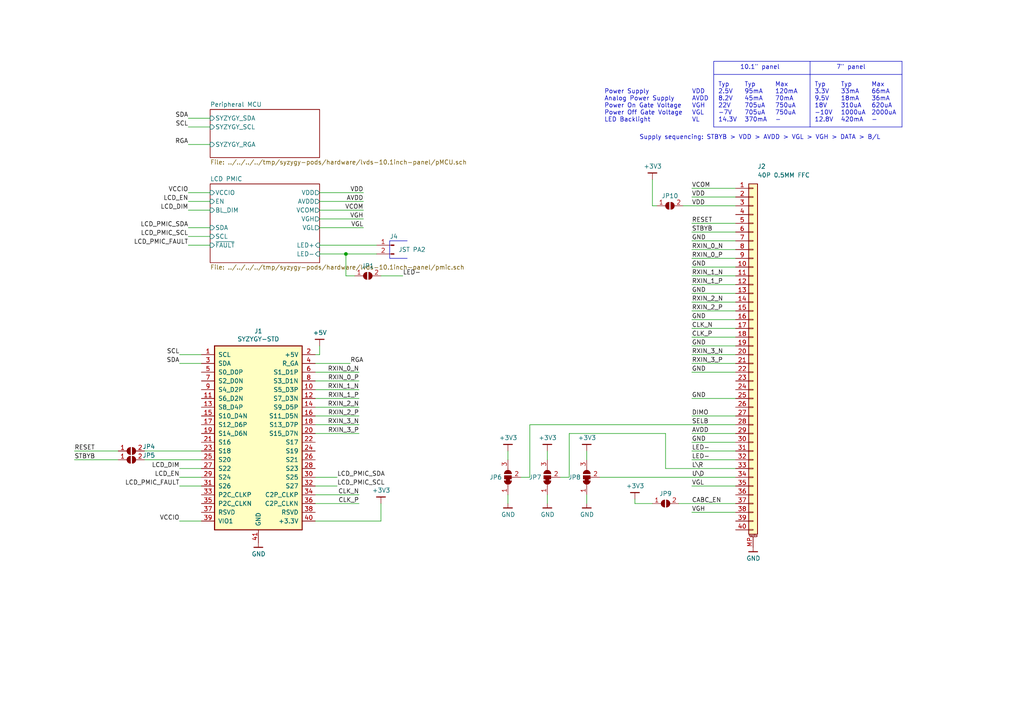
<source format=kicad_sch>
(kicad_sch (version 20230121) (generator eeschema)
  (paper "A4")
  (title_block (title "SYZYGY LVDS LCD") (date "2019-03-20") (rev "r1.0"))
  (lib_symbols
    (symbol "Connector_Generic_MountingPin:Conn_01x40_MountingPin" (pin_names (offset 1.016) hide)
      (property "Reference" "J" (at 0 50.8 0))
      (property "Value" "Conn_01x40_MountingPin" (at 1.27 -53.34 0))
      (symbol "Conn_01x40_MountingPin_1_1"
        (rectangle (start -1.27 -50.673) (end 0 -50.927) (stroke (width 0.1524)))
        (rectangle (start -1.27 -48.133) (end 0 -48.387) (stroke (width 0.1524)))
        (rectangle (start -1.27 -45.593) (end 0 -45.847) (stroke (width 0.1524)))
        (rectangle (start -1.27 -43.053) (end 0 -43.307) (stroke (width 0.1524)))
        (rectangle (start -1.27 -40.513) (end 0 -40.767) (stroke (width 0.1524)))
        (rectangle (start -1.27 -37.973) (end 0 -38.227) (stroke (width 0.1524)))
        (rectangle (start -1.27 -35.433) (end 0 -35.687) (stroke (width 0.1524)))
        (rectangle (start -1.27 -32.893) (end 0 -33.147) (stroke (width 0.1524)))
        (rectangle (start -1.27 -30.353) (end 0 -30.607) (stroke (width 0.1524)))
        (rectangle (start -1.27 -27.813) (end 0 -28.067) (stroke (width 0.1524)))
        (rectangle (start -1.27 -25.273) (end 0 -25.527) (stroke (width 0.1524)))
        (rectangle (start -1.27 -22.733) (end 0 -22.987) (stroke (width 0.1524)))
        (rectangle (start -1.27 -20.193) (end 0 -20.447) (stroke (width 0.1524)))
        (rectangle (start -1.27 -17.653) (end 0 -17.907) (stroke (width 0.1524)))
        (rectangle (start -1.27 -15.113) (end 0 -15.367) (stroke (width 0.1524)))
        (rectangle (start -1.27 -12.573) (end 0 -12.827) (stroke (width 0.1524)))
        (rectangle (start -1.27 -10.033) (end 0 -10.287) (stroke (width 0.1524)))
        (rectangle (start -1.27 -7.493) (end 0 -7.747) (stroke (width 0.1524)))
        (rectangle (start -1.27 -4.953) (end 0 -5.207) (stroke (width 0.1524)))
        (rectangle (start -1.27 -2.413) (end 0 -2.667) (stroke (width 0.1524)))
        (rectangle (start -1.27 0.127) (end 0 -0.127) (stroke (width 0.1524)))
        (rectangle (start -1.27 2.667) (end 0 2.413) (stroke (width 0.1524)))
        (rectangle (start -1.27 5.207) (end 0 4.953) (stroke (width 0.1524)))
        (rectangle (start -1.27 7.747) (end 0 7.493) (stroke (width 0.1524)))
        (rectangle (start -1.27 10.287) (end 0 10.033) (stroke (width 0.1524)))
        (rectangle (start -1.27 12.827) (end 0 12.573) (stroke (width 0.1524)))
        (rectangle (start -1.27 15.367) (end 0 15.113) (stroke (width 0.1524)))
        (rectangle (start -1.27 17.907) (end 0 17.653) (stroke (width 0.1524)))
        (rectangle (start -1.27 20.447) (end 0 20.193) (stroke (width 0.1524)))
        (rectangle (start -1.27 22.987) (end 0 22.733) (stroke (width 0.1524)))
        (rectangle (start -1.27 25.527) (end 0 25.273) (stroke (width 0.1524)))
        (rectangle (start -1.27 28.067) (end 0 27.813) (stroke (width 0.1524)))
        (rectangle (start -1.27 30.607) (end 0 30.353) (stroke (width 0.1524)))
        (rectangle (start -1.27 33.147) (end 0 32.893) (stroke (width 0.1524)))
        (rectangle (start -1.27 35.687) (end 0 35.433) (stroke (width 0.1524)))
        (rectangle (start -1.27 38.227) (end 0 37.973) (stroke (width 0.1524)))
        (rectangle (start -1.27 40.767) (end 0 40.513) (stroke (width 0.1524)))
        (rectangle (start -1.27 43.307) (end 0 43.053) (stroke (width 0.1524)))
        (rectangle (start -1.27 45.847) (end 0 45.593) (stroke (width 0.1524)))
        (rectangle (start -1.27 48.387) (end 0 48.133) (stroke (width 0.1524)))
        (rectangle (start -1.27 49.53) (end 1.27 -52.07) (stroke (width 0.254)) (fill (type background)))
        (polyline (pts (xy -1.016 -52.832) (xy 1.016 -52.832)) (stroke (width 0.1524)))
        (text "Mounting" (at 0 -52.451 0) (effects (font (size 0.381 0.381))))
        (pin passive line (at -5.08 48.26 0) (length 3.81) (name "Pin_1") (number "1"))
        (pin passive line (at -5.08 25.4 0) (length 3.81) (name "Pin_10") (number "10"))
        (pin passive line (at -5.08 22.86 0) (length 3.81) (name "Pin_11") (number "11"))
        (pin passive line (at -5.08 20.32 0) (length 3.81) (name "Pin_12") (number "12"))
        (pin passive line (at -5.08 17.78 0) (length 3.81) (name "Pin_13") (number "13"))
        (pin passive line (at -5.08 15.24 0) (length 3.81) (name "Pin_14") (number "14"))
        (pin passive line (at -5.08 12.7 0) (length 3.81) (name "Pin_15") (number "15"))
        (pin passive line (at -5.08 10.16 0) (length 3.81) (name "Pin_16") (number "16"))
        (pin passive line (at -5.08 7.62 0) (length 3.81) (name "Pin_17") (number "17"))
        (pin passive line (at -5.08 5.08 0) (length 3.81) (name "Pin_18") (number "18"))
        (pin passive line (at -5.08 2.54 0) (length 3.81) (name "Pin_19") (number "19"))
        (pin passive line (at -5.08 45.72 0) (length 3.81) (name "Pin_2") (number "2"))
        (pin passive line (at -5.08 0 0) (length 3.81) (name "Pin_20") (number "20"))
        (pin passive line (at -5.08 -2.54 0) (length 3.81) (name "Pin_21") (number "21"))
        (pin passive line (at -5.08 -5.08 0) (length 3.81) (name "Pin_22") (number "22"))
        (pin passive line (at -5.08 -7.62 0) (length 3.81) (name "Pin_23") (number "23"))
        (pin passive line (at -5.08 -10.16 0) (length 3.81) (name "Pin_24") (number "24"))
        (pin passive line (at -5.08 -12.7 0) (length 3.81) (name "Pin_25") (number "25"))
        (pin passive line (at -5.08 -15.24 0) (length 3.81) (name "Pin_26") (number "26"))
        (pin passive line (at -5.08 -17.78 0) (length 3.81) (name "Pin_27") (number "27"))
        (pin passive line (at -5.08 -20.32 0) (length 3.81) (name "Pin_28") (number "28"))
        (pin passive line (at -5.08 -22.86 0) (length 3.81) (name "Pin_29") (number "29"))
        (pin passive line (at -5.08 43.18 0) (length 3.81) (name "Pin_3") (number "3"))
        (pin passive line (at -5.08 -25.4 0) (length 3.81) (name "Pin_30") (number "30"))
        (pin passive line (at -5.08 -27.94 0) (length 3.81) (name "Pin_31") (number "31"))
        (pin passive line (at -5.08 -30.48 0) (length 3.81) (name "Pin_32") (number "32"))
        (pin passive line (at -5.08 -33.02 0) (length 3.81) (name "Pin_33") (number "33"))
        (pin passive line (at -5.08 -35.56 0) (length 3.81) (name "Pin_34") (number "34"))
        (pin passive line (at -5.08 -38.1 0) (length 3.81) (name "Pin_35") (number "35"))
        (pin passive line (at -5.08 -40.64 0) (length 3.81) (name "Pin_36") (number "36"))
        (pin passive line (at -5.08 -43.18 0) (length 3.81) (name "Pin_37") (number "37"))
        (pin passive line (at -5.08 -45.72 0) (length 3.81) (name "Pin_38") (number "38"))
        (pin passive line (at -5.08 -48.26 0) (length 3.81) (name "Pin_39") (number "39"))
        (pin passive line (at -5.08 40.64 0) (length 3.81) (name "Pin_4") (number "4"))
        (pin passive line (at -5.08 -50.8 0) (length 3.81) (name "Pin_40") (number "40"))
        (pin passive line (at -5.08 38.1 0) (length 3.81) (name "Pin_5") (number "5"))
        (pin passive line (at -5.08 35.56 0) (length 3.81) (name "Pin_6") (number "6"))
        (pin passive line (at -5.08 33.02 0) (length 3.81) (name "Pin_7") (number "7"))
        (pin passive line (at -5.08 30.48 0) (length 3.81) (name "Pin_8") (number "8"))
        (pin passive line (at -5.08 27.94 0) (length 3.81) (name "Pin_9") (number "9"))
        (pin passive line (at 0 -55.88 90) (length 3.048) (name "MountPin") (number "MP"))
      )
    )
    (symbol "Jumper:SolderJumper_2_Open" (pin_names (offset 0) hide)
      (property "Reference" "JP" (at 0 2.032 0))
      (property "Value" "SolderJumper_2_Open" (at 0 -2.54 0))
      (symbol "SolderJumper_2_Open_0_1"
        (arc (start -0.254 1.016) (mid -1.2656 0) (end -0.254 -1.016))
        (arc (start -0.254 1.016) (mid -1.2656 0) (end -0.254 -1.016) (fill (type outline)))
        (polyline (pts (xy -0.254 1.016) (xy -0.254 -1.016)))
        (polyline (pts (xy 0.254 1.016) (xy 0.254 -1.016)))
        (arc (start 0.254 -1.016) (mid 1.2656 0) (end 0.254 1.016))
        (arc (start 0.254 -1.016) (mid 1.2656 0) (end 0.254 1.016) (fill (type outline)))
      )
      (symbol "SolderJumper_2_Open_1_1"
        (pin passive line (at -3.81 0 0) (length 2.54) (name "A") (number "1"))
        (pin passive line (at 3.81 0 180) (length 2.54) (name "B") (number "2"))
      )
    )
    (symbol "lvds_10.1inch_panel-rescue:+3V3-gkl_power" (power) (pin_names (offset 0))
      (property "Value" "+3V3-gkl_power" (at 0 3.556 0))
      (symbol "+3V3-gkl_power_0_1"
        (polyline (pts (xy -1.27 1.905) (xy 1.27 1.905)) (stroke (width 0.3048)))
        (polyline (pts (xy 0 0) (xy 0 1.905)))
      )
      (symbol "+3V3-gkl_power_1_1"
        (pin power_in line (at 0 0 90) (length 0) hide (name "+3V3") (number "1"))
      )
    )
    (symbol "lvds_10.1inch_panel-rescue:+5V-gkl_power" (power) (pin_names (offset 0))
      (property "Value" "+5V-gkl_power" (at 0 3.175 0))
      (symbol "+5V-gkl_power_0_1"
        (polyline (pts (xy -1.27 1.905) (xy 1.27 1.905)) (stroke (width 0.3048)))
        (polyline (pts (xy 0 0) (xy 0 1.905)))
      )
      (symbol "+5V-gkl_power_1_1"
        (pin power_in line (at 0 0 90) (length 0) hide (name "+5V") (number "1"))
      )
    )
    (symbol "lvds_10.1inch_panel-rescue:Conn_01x02_Male-Connector" (pin_names (offset 1.016) hide)
      (property "Reference" "J" (at 0 2.54 0))
      (property "Value" "Connector_Conn_01x02_Male" (at 0 -5.08 0))
      (symbol "Conn_01x02_Male-Connector_1_1"
        (polyline (pts (xy 1.27 -2.54) (xy 0.8636 -2.54)) (stroke (width 0.1524)))
        (polyline (pts (xy 1.27 0) (xy 0.8636 0)) (stroke (width 0.1524)))
        (rectangle (start 0.8636 -2.413) (end 0 -2.667) (stroke (width 0.1524)) (fill (type outline)))
        (rectangle (start 0.8636 0.127) (end 0 -0.127) (stroke (width 0.1524)) (fill (type outline)))
        (pin passive line (at 5.08 0 180) (length 3.81) (name "Pin_1") (number "1"))
        (pin passive line (at 5.08 -2.54 180) (length 3.81) (name "Pin_2") (number "2"))
      )
    )
    (symbol "lvds_10.1inch_panel-rescue:GND-gkl_power" (power) (pin_names (offset 0))
      (property "Value" "GND-gkl_power" (at 0 -2.54 0))
      (symbol "GND-gkl_power_0_1"
        (polyline (pts (xy 0 -1.27) (xy 0 0)))
        (polyline (pts (xy 1.27 -1.27) (xy -1.27 -1.27)) (stroke (width 0.3048)))
      )
      (symbol "GND-gkl_power_1_1"
        (pin power_in line (at 0 0 270) (length 0) hide (name "GND") (number "1"))
      )
    )
    (symbol "lvds_10.1inch_panel-rescue:SYZYGY-STD-gkl_misc" (pin_names (offset 1.016))
      (property "Reference" "J" (at 0 27.94 0))
      (property "Value" "gkl_misc_SYZYGY-STD" (at 0 25.4 0))
      (symbol "SYZYGY-STD-gkl_misc_0_1"
        (rectangle (start -12.7 24.13) (end 12.7 -29.21) (stroke (width 0.3302)) (fill (type background)))
      )
      (symbol "SYZYGY-STD-gkl_misc_1_1"
        (pin input line (at -16.51 21.59 0) (length 3.81) (name "SCL") (number "1"))
        (pin input line (at 16.51 11.43 180) (length 3.81) (name "S5_D3P") (number "10"))
        (pin input line (at -16.51 8.89 0) (length 3.81) (name "S6_D2N") (number "11"))
        (pin input line (at 16.51 8.89 180) (length 3.81) (name "S7_D3N") (number "12"))
        (pin input line (at -16.51 6.35 0) (length 3.81) (name "S8_D4P") (number "13"))
        (pin input line (at 16.51 6.35 180) (length 3.81) (name "S9_D5P") (number "14"))
        (pin input line (at -16.51 3.81 0) (length 3.81) (name "S10_D4N") (number "15"))
        (pin input line (at 16.51 3.81 180) (length 3.81) (name "S11_D5N") (number "16"))
        (pin input line (at -16.51 1.27 0) (length 3.81) (name "S12_D6P") (number "17"))
        (pin input line (at 16.51 1.27 180) (length 3.81) (name "S13_D7P") (number "18"))
        (pin input line (at -16.51 -1.27 0) (length 3.81) (name "S14_D6N") (number "19"))
        (pin input line (at 16.51 21.59 180) (length 3.81) (name "+5V") (number "2"))
        (pin input line (at 16.51 -1.27 180) (length 3.81) (name "S15_D7N") (number "20"))
        (pin input line (at -16.51 -3.81 0) (length 3.81) (name "S16") (number "21"))
        (pin input line (at 16.51 -3.81 180) (length 3.81) (name "S17") (number "22"))
        (pin input line (at -16.51 -6.35 0) (length 3.81) (name "S18") (number "23"))
        (pin input line (at 16.51 -6.35 180) (length 3.81) (name "S19") (number "24"))
        (pin input line (at -16.51 -8.89 0) (length 3.81) (name "S20") (number "25"))
        (pin input line (at 16.51 -8.89 180) (length 3.81) (name "S21") (number "26"))
        (pin input line (at -16.51 -11.43 0) (length 3.81) (name "S22") (number "27"))
        (pin input line (at 16.51 -11.43 180) (length 3.81) (name "S23") (number "28"))
        (pin input line (at -16.51 -13.97 0) (length 3.81) (name "S24") (number "29"))
        (pin input line (at -16.51 19.05 0) (length 3.81) (name "SDA") (number "3"))
        (pin input line (at 16.51 -13.97 180) (length 3.81) (name "S25") (number "30"))
        (pin input line (at -16.51 -16.51 0) (length 3.81) (name "S26") (number "31"))
        (pin input line (at 16.51 -16.51 180) (length 3.81) (name "S27") (number "32"))
        (pin input line (at -16.51 -19.05 0) (length 3.81) (name "P2C_CLKP") (number "33"))
        (pin input line (at 16.51 -19.05 180) (length 3.81) (name "C2P_CLKP") (number "34"))
        (pin input line (at -16.51 -21.59 0) (length 3.81) (name "P2C_CLKN") (number "35"))
        (pin input line (at 16.51 -21.59 180) (length 3.81) (name "C2P_CLKN") (number "36"))
        (pin input line (at -16.51 -24.13 0) (length 3.81) (name "RSVD") (number "37"))
        (pin input line (at 16.51 -24.13 180) (length 3.81) (name "RSVD") (number "38"))
        (pin input line (at -16.51 -26.67 0) (length 3.81) (name "VIO1") (number "39"))
        (pin input line (at 16.51 19.05 180) (length 3.81) (name "R_GA") (number "4"))
        (pin input line (at 16.51 -26.67 180) (length 3.81) (name "+3.3V") (number "40"))
        (pin input line (at 0 -33.02 90) (length 3.81) (name "GND") (number "41"))
        (pin input line (at -16.51 16.51 0) (length 3.81) (name "S0_D0P") (number "5"))
        (pin input line (at 16.51 16.51 180) (length 3.81) (name "S1_D1P") (number "6"))
        (pin input line (at -16.51 13.97 0) (length 3.81) (name "S2_D0N") (number "7"))
        (pin input line (at 16.51 13.97 180) (length 3.81) (name "S3_D1N") (number "8"))
        (pin input line (at -16.51 11.43 0) (length 3.81) (name "S4_D2P") (number "9"))
      )
    )
    (symbol "lvds_10.1inch_panel-rescue:SolderJumper_3_Bridged12-Jumper" (pin_names (offset 0) hide)
      (property "Reference" "JP" (at -2.54 -2.54 0))
      (property "Value" "Jumper_SolderJumper_3_Bridged12" (at 0 2.794 0))
      (symbol "SolderJumper_3_Bridged12-Jumper_0_1"
        (rectangle (start -1.016 0.508) (end -0.508 -0.508) (fill (type outline)))
        (arc (start -1.016 1.016) (mid -2.0276 0) (end -1.016 -1.016))
        (arc (start -1.016 1.016) (mid -2.0276 0) (end -1.016 -1.016) (fill (type outline)))
        (rectangle (start -0.508 1.016) (end 0.508 -1.016) (fill (type outline)))
        (polyline (pts (xy -2.54 0) (xy -2.032 0)))
        (polyline (pts (xy -1.016 1.016) (xy -1.016 -1.016)))
        (polyline (pts (xy 0 -1.27) (xy 0 -1.016)))
        (polyline (pts (xy 1.016 1.016) (xy 1.016 -1.016)))
        (polyline (pts (xy 2.54 0) (xy 2.032 0)))
        (arc (start 1.016 -1.016) (mid 2.0276 0) (end 1.016 1.016))
        (arc (start 1.016 -1.016) (mid 2.0276 0) (end 1.016 1.016) (fill (type outline)))
      )
      (symbol "SolderJumper_3_Bridged12-Jumper_1_1"
        (pin passive line (at -5.08 0 0) (length 2.54) (name "A") (number "1"))
        (pin input line (at 0 -3.81 90) (length 2.54) (name "C") (number "2"))
        (pin passive line (at 5.08 0 180) (length 2.54) (name "B") (number "3"))
      )
    )
  )
  (junction (at 100.33 73.66))
  (wire (pts (xy 58.42 105.41) (xy 52.07 105.41)))
  (wire (pts (xy 147.32 143.51) (xy 147.32 146.05)))
  (wire (pts (xy 213.36 128.27) (xy 200.66 128.27)))
  (wire (pts (xy 60.96 60.96) (xy 54.61 60.96)))
  (wire (pts (xy 213.36 107.95) (xy 200.66 107.95)))
  (polyline (pts (xy 207.01 36.83) (xy 261.62 36.83)))
  (wire (pts (xy 170.18 133.35) (xy 170.18 130.81)))
  (wire (pts (xy 60.96 71.12) (xy 54.61 71.12)))
  (wire (pts (xy 213.36 102.87) (xy 200.66 102.87)))
  (wire (pts (xy 165.1 125.73) (xy 193.04 125.73)))
  (wire (pts (xy 91.44 120.65) (xy 104.14 120.65)))
  (wire (pts (xy 58.42 140.97) (xy 52.07 140.97)))
  (wire (pts (xy 196.85 146.05) (xy 213.36 146.05)))
  (polyline (pts (xy 207.01 17.78) (xy 207.01 36.83)))
  (wire (pts (xy 92.71 58.42) (xy 105.41 58.42)))
  (wire (pts (xy 110.49 80.01) (xy 116.84 80.01)))
  (wire (pts (xy 158.75 143.51) (xy 158.75 146.05)))
  (wire (pts (xy 58.42 133.35) (xy 41.91 133.35)))
  (wire (pts (xy 184.15 146.05) (xy 184.15 144.78)))
  (wire (pts (xy 213.36 80.01) (xy 200.66 80.01)))
  (wire (pts (xy 213.36 64.77) (xy 200.66 64.77)))
  (wire (pts (xy 60.96 55.88) (xy 54.61 55.88)))
  (wire (pts (xy 41.91 130.81) (xy 58.42 130.81)))
  (wire (pts (xy 60.96 66.04) (xy 54.61 66.04)))
  (wire (pts (xy 60.96 41.91) (xy 54.61 41.91)))
  (wire (pts (xy 213.36 90.17) (xy 200.66 90.17)))
  (wire (pts (xy 190.5 59.69) (xy 189.23 59.69)))
  (wire (pts (xy 60.96 68.58) (xy 54.61 68.58)))
  (wire (pts (xy 91.44 115.57) (xy 104.14 115.57)))
  (wire (pts (xy 58.42 138.43) (xy 52.07 138.43)))
  (wire (pts (xy 91.44 143.51) (xy 104.14 143.51)))
  (wire (pts (xy 91.44 118.11) (xy 104.14 118.11)))
  (wire (pts (xy 91.44 123.19) (xy 104.14 123.19)))
  (wire (pts (xy 110.49 151.13) (xy 110.49 146.05)))
  (wire (pts (xy 213.36 67.31) (xy 200.66 67.31)))
  (wire (pts (xy 165.1 138.43) (xy 165.1 125.73)))
  (wire (pts (xy 213.36 100.33) (xy 200.66 100.33)))
  (wire (pts (xy 151.13 138.43) (xy 153.67 138.43)))
  (polyline (pts (xy 207.01 21.59) (xy 261.62 21.59)))
  (polyline (pts (xy 234.95 36.83) (xy 234.95 17.78)))
  (wire (pts (xy 213.36 54.61) (xy 200.66 54.61)))
  (wire (pts (xy 213.36 95.25) (xy 200.66 95.25)))
  (wire (pts (xy 153.67 123.19) (xy 213.36 123.19)))
  (wire (pts (xy 158.75 133.35) (xy 158.75 130.81)))
  (wire (pts (xy 91.44 110.49) (xy 104.14 110.49)))
  (wire (pts (xy 213.36 125.73) (xy 200.66 125.73)))
  (wire (pts (xy 213.36 69.85) (xy 200.66 69.85)))
  (wire (pts (xy 92.71 73.66) (xy 100.33 73.66)))
  (wire (pts (xy 91.44 146.05) (xy 104.14 146.05)))
  (wire (pts (xy 91.44 138.43) (xy 97.79 138.43)))
  (wire (pts (xy 213.36 130.81) (xy 200.66 130.81)))
  (wire (pts (xy 91.44 151.13) (xy 110.49 151.13)))
  (wire (pts (xy 198.12 59.69) (xy 213.36 59.69)))
  (wire (pts (xy 213.36 82.55) (xy 200.66 82.55)))
  (wire (pts (xy 213.36 57.15) (xy 200.66 57.15)))
  (polyline (pts (xy 113.03 74.93) (xy 118.11 74.93)))
  (wire (pts (xy 213.36 148.59) (xy 200.66 148.59)))
  (wire (pts (xy 58.42 151.13) (xy 52.07 151.13)))
  (wire (pts (xy 109.22 71.12) (xy 92.71 71.12)))
  (wire (pts (xy 34.29 130.81) (xy 21.59 130.81)))
  (wire (pts (xy 100.33 73.66) (xy 109.22 73.66)))
  (wire (pts (xy 193.04 125.73) (xy 193.04 135.89)))
  (wire (pts (xy 213.36 74.93) (xy 200.66 74.93)))
  (wire (pts (xy 213.36 72.39) (xy 200.66 72.39)))
  (wire (pts (xy 91.44 125.73) (xy 104.14 125.73)))
  (wire (pts (xy 189.23 146.05) (xy 184.15 146.05)))
  (wire (pts (xy 58.42 135.89) (xy 52.07 135.89)))
  (wire (pts (xy 213.36 140.97) (xy 200.66 140.97)))
  (wire (pts (xy 91.44 140.97) (xy 97.79 140.97)))
  (wire (pts (xy 100.33 73.66) (xy 100.33 80.01)))
  (wire (pts (xy 162.56 138.43) (xy 165.1 138.43)))
  (wire (pts (xy 153.67 138.43) (xy 153.67 123.19)))
  (wire (pts (xy 213.36 115.57) (xy 200.66 115.57)))
  (wire (pts (xy 213.36 120.65) (xy 200.66 120.65)))
  (wire (pts (xy 34.29 133.35) (xy 21.59 133.35)))
  (polyline (pts (xy 207.01 17.78) (xy 261.62 17.78)))
  (wire (pts (xy 213.36 133.35) (xy 200.66 133.35)))
  (wire (pts (xy 170.18 143.51) (xy 170.18 146.05)))
  (wire (pts (xy 213.36 97.79) (xy 200.66 97.79)))
  (wire (pts (xy 60.96 58.42) (xy 54.61 58.42)))
  (wire (pts (xy 92.71 55.88) (xy 105.41 55.88)))
  (wire (pts (xy 213.36 92.71) (xy 200.66 92.71)))
  (wire (pts (xy 213.36 85.09) (xy 200.66 85.09)))
  (wire (pts (xy 213.36 77.47) (xy 200.66 77.47)))
  (wire (pts (xy 60.96 34.29) (xy 54.61 34.29)))
  (wire (pts (xy 147.32 133.35) (xy 147.32 130.81)))
  (wire (pts (xy 213.36 87.63) (xy 200.66 87.63)))
  (wire (pts (xy 173.99 138.43) (xy 213.36 138.43)))
  (wire (pts (xy 92.71 102.87) (xy 92.71 100.33)))
  (wire (pts (xy 100.33 80.01) (xy 102.87 80.01)))
  (wire (pts (xy 58.42 102.87) (xy 52.07 102.87)))
  (wire (pts (xy 213.36 105.41) (xy 200.66 105.41)))
  (wire (pts (xy 92.71 66.04) (xy 105.41 66.04)))
  (wire (pts (xy 92.71 63.5) (xy 105.41 63.5)))
  (wire (pts (xy 60.96 36.83) (xy 54.61 36.83)))
  (polyline (pts (xy 113.03 69.85) (xy 113.03 74.93)))
  (wire (pts (xy 92.71 60.96) (xy 105.41 60.96)))
  (wire (pts (xy 193.04 135.89) (xy 213.36 135.89)))
  (polyline (pts (xy 261.62 36.83) (xy 261.62 17.78)))
  (wire (pts (xy 189.23 59.69) (xy 189.23 52.07)))
  (wire (pts (xy 91.44 113.03) (xy 104.14 113.03)))
  (wire (pts (xy 91.44 107.95) (xy 104.14 107.95)))
  (wire (pts (xy 91.44 105.41) (xy 101.6 105.41)))
  (polyline (pts (xy 113.03 69.85) (xy 118.11 69.85)))
  (wire (pts (xy 91.44 102.87) (xy 92.71 102.87)))
  (text "Typ\n33mA\n18mA\n310uA\n1000uA\n420mA" (at 243.84 35.56 0) (effects (font (size 1.27 1.27)) (justify left bottom)))
  (text "Power Supply\nAnalog Power Supply\nPower On Gate Voltage\nPower Off Gate Voltage\nLED Backlight" (at 175.26 35.56 0) (effects (font (size 1.27 1.27)) (justify left bottom)))
  (text "10.1\" panel" (at 214.63 20.32 0) (effects (font (size 1.27 1.27)) (justify left bottom)))
  (text "Max\n66mA\n36mA\n620uA\n2000uA\n-" (at 252.73 35.56 0) (effects (font (size 1.27 1.27)) (justify left bottom)))
  (text "VDD\nAVDD\nVGH\nVGL\nVL" (at 200.66 35.56 0) (effects (font (size 1.27 1.27)) (justify left bottom)))
  (text "Typ\n2.5V\n8.2V\n22V\n-7V\n14.3V" (at 208.28 35.56 0) (effects (font (size 1.27 1.27)) (justify left bottom)))
  (text "Typ\n95mA\n45mA\n705uA\n705uA\n370mA" (at 215.9 35.56 0) (effects (font (size 1.27 1.27)) (justify left bottom)))
  (text "Supply sequencing: STBYB > VDD > AVDD > VGL > VGH > DATA > B/L" (at 185.42 40.64 0) (effects (font (size 1.27 1.27)) (justify left bottom)))
  (text "Typ\n3.3V\n9.5V\n18V\n-10V\n12.8V" (at 236.22 35.56 0) (effects (font (size 1.27 1.27)) (justify left bottom)))
  (text "Max\n120mA\n70mA\n750uA\n750uA\n-" (at 224.79 35.56 0) (effects (font (size 1.27 1.27)) (justify left bottom)))
  (text "7\" panel" (at 242.57 20.32 0) (effects (font (size 1.27 1.27)) (justify left bottom)))
  (label "SCL" (at 52.07 102.87 180))
  (label "VGH" (at 200.66 148.59 0))
  (label "AVDD" (at 105.41 58.42 180))
  (label "SCL" (at 54.61 36.83 180))
  (label "GND" (at 200.66 92.71 0))
  (label "RXIN_2_P" (at 200.66 90.17 0))
  (label "LED-" (at 200.66 133.35 0))
  (label "RXIN_1_N" (at 200.66 80.01 0))
  (label "GND" (at 200.66 128.27 0))
  (label "RXIN_3_P" (at 104.14 125.73 180))
  (label "LCD_PMIC_FAULT" (at 54.61 71.12 180))
  (label "LCD_PMIC_SCL" (at 54.61 68.58 180))
  (label "LCD_PMIC_SDA" (at 97.79 138.43 0))
  (label "RGA" (at 54.61 41.91 180))
  (label "VGH" (at 105.41 63.5 180))
  (label "CABC_EN" (at 200.66 146.05 0))
  (label "CLK_P" (at 200.66 97.79 0))
  (label "RXIN_1_P" (at 200.66 82.55 0))
  (label "VCOM" (at 105.41 60.96 180))
  (label "RXIN_1_N" (at 104.14 113.03 180))
  (label "GND" (at 200.66 85.09 0))
  (label "VDD" (at 105.41 55.88 180))
  (label "SDA" (at 52.07 105.41 180))
  (label "LCD_PMIC_SCL" (at 97.79 140.97 0))
  (label "VDD" (at 200.66 57.15 0))
  (label "AVDD" (at 200.66 125.73 0))
  (label "LCD_EN" (at 52.07 138.43 180))
  (label "RESET" (at 200.66 64.77 0))
  (label "RXIN_2_N" (at 104.14 118.11 180))
  (label "RXIN_0_N" (at 104.14 107.95 180))
  (label "LCD_PMIC_FAULT" (at 52.07 140.97 180))
  (label "CLK_N" (at 200.66 95.25 0))
  (label "RXIN_3_P" (at 200.66 105.41 0))
  (label "LED-" (at 200.66 130.81 0))
  (label "GND" (at 200.66 77.47 0))
  (label "VGL" (at 105.41 66.04 180))
  (label "LCD_PMIC_SDA" (at 54.61 66.04 180))
  (label "U\\D" (at 200.66 138.43 0))
  (label "RXIN_3_N" (at 200.66 102.87 0))
  (label "RXIN_3_N" (at 104.14 123.19 180))
  (label "STBYB" (at 21.59 133.35 0))
  (label "SDA" (at 54.61 34.29 180))
  (label "GND" (at 200.66 107.95 0))
  (label "VDD" (at 200.66 59.69 0))
  (label "RXIN_1_P" (at 104.14 115.57 180))
  (label "GND" (at 200.66 100.33 0))
  (label "RESET" (at 21.59 130.81 0))
  (label "VCCIO" (at 52.07 151.13 180))
  (label "CLK_P" (at 104.14 146.05 180))
  (label "RXIN_2_P" (at 104.14 120.65 180))
  (label "GND" (at 200.66 115.57 0))
  (label "SELB" (at 200.66 123.19 0))
  (label "L\\R" (at 200.66 135.89 0))
  (label "STBYB" (at 200.66 67.31 0))
  (label "LED-" (at 116.84 80.01 0))
  (label "RXIN_2_N" (at 200.66 87.63 0))
  (label "LCD_DIM" (at 52.07 135.89 180))
  (label "DIMO" (at 200.66 120.65 0))
  (label "RXIN_0_P" (at 104.14 110.49 180))
  (label "RGA" (at 101.6 105.41 0))
  (label "CLK_N" (at 104.14 143.51 180))
  (label "VGL" (at 200.66 140.97 0))
  (label "GND" (at 200.66 69.85 0))
  (label "RXIN_0_N" (at 200.66 72.39 0))
  (label "VCCIO" (at 54.61 55.88 180))
  (label "LCD_EN" (at 54.61 58.42 180))
  (label "LCD_DIM" (at 54.61 60.96 180))
  (label "RXIN_0_P" (at 200.66 74.93 0))
  (label "VCOM" (at 200.66 54.61 0))
  (symbol (lib_id "lvds_10.1inch_panel-rescue:SYZYGY-STD-gkl_misc") (at 74.93 124.46 0) (unit 1)
    (property "Reference" "J1" (at 74.93 96.0374 0))
    (property "Value" "SYZYGY-STD" (at 74.93 98.3488 0))
    (property "Footprint" "gkl_conn:SYZYGY_standard_pod" (effects hide))
    (property "Mfg" "Samtec Inc." (effects hide))
    (property "PN" "QTE-020-01-F-D-A" (effects hide))
  )
  (symbol (lib_id "Connector_Generic_MountingPin:Conn_01x40_MountingPin") (at 218.44 102.87 0) (unit 1)
    (property "Reference" "J2" (at 219.71 48.26 0) (effects (justify left)))
    (property "Value" "40P 0.5MM FFC" (at 219.71 50.8 0) (effects (justify left)))
    (property "Footprint" "gkl_conn:FH28E-40S-0.5SH(05)" (effects hide))
    (property "PN" "FH28E-40S-0.5SH(05)" (effects hide))
    (property "Mfg" "Hirose Electric Co Ltd" (effects hide))
  )
  (symbol (lib_id "lvds_10.1inch_panel-rescue:+5V-gkl_power") (at 92.71 100.33 0) (unit 1)
    (property "Reference" "#PWR0103" (effects hide))
    (property "Value" "+5V" (at 92.7862 96.4946 0))
  )
  (symbol (lib_id "lvds_10.1inch_panel-rescue:GND-gkl_power") (at 74.93 157.48 0) (unit 1)
    (property "Reference" "#PWR0101" (effects hide))
    (property "Value" "GND" (at 75.0062 160.6804 0))
  )
  (symbol (lib_id "lvds_10.1inch_panel-rescue:GND-gkl_power") (at 218.44 158.75 0) (unit 1)
    (property "Reference" "#PWR0102" (effects hide))
    (property "Value" "GND" (at 218.5162 161.9504 0))
  )
  (symbol (lib_id "lvds_10.1inch_panel-rescue:Conn_01x02_Male-Connector") (at 114.3 71.12 0) (mirror y) (unit 1)
    (property "Reference" "J4" (at 113.03 68.58 0) (effects (justify right)))
    (property "Value" "JST PA2" (at 115.57 72.39 0) (effects (justify right)))
    (property "Footprint" "gkl_conn:SB02B-PASK-2" (effects hide))
    (property "Mfg" "JST Sales America Inc." (effects hide))
    (property "PN" "S02B-PASK-2(LF)(SN)" (effects hide))
  )
  (symbol (lib_id "lvds_10.1inch_panel-rescue:+3V3-gkl_power") (at 110.49 146.05 0) (unit 1)
    (property "Reference" "#PWR0136" (effects hide))
    (property "Value" "+3V3" (at 110.5662 142.2146 0))
  )
  (symbol (lib_id "Jumper:SolderJumper_2_Open") (at 106.68 80.01 0) (unit 1)
    (property "Reference" "JP1" (at 106.68 77.1398 0))
    (property "Value" "SolderJumper_2_Open" (effects hide))
    (property "Footprint" "Jumper:SolderJumper-2_P1.3mm_Open_RoundedPad1.0x1.5mm" (effects hide))
  )
  (symbol (lib_id "Jumper:SolderJumper_2_Open") (at 38.1 133.35 0) (unit 1)
    (property "Reference" "JP5" (at 43.18 132.08 0))
    (property "Value" "SolderJumper_2_Open" (effects hide))
    (property "Footprint" "Jumper:SolderJumper-2_P1.3mm_Open_RoundedPad1.0x1.5mm" (effects hide))
  )
  (symbol (lib_id "Jumper:SolderJumper_2_Open") (at 38.1 130.81 0) (unit 1)
    (property "Reference" "JP4" (at 43.18 129.54 0))
    (property "Value" "SolderJumper_2_Open" (effects hide))
    (property "Footprint" "Jumper:SolderJumper-2_P1.3mm_Open_RoundedPad1.0x1.5mm" (effects hide))
  )
  (symbol (lib_id "lvds_10.1inch_panel-rescue:+3V3-gkl_power") (at 189.23 52.07 0) (unit 1)
    (property "Reference" "#PWR0138" (effects hide))
    (property "Value" "+3V3" (at 189.3062 48.2346 0))
  )
  (symbol (lib_id "Jumper:SolderJumper_2_Open") (at 194.31 59.69 0) (unit 1)
    (property "Reference" "JP10" (at 194.31 56.8198 0))
    (property "Value" "SolderJumper_2_Bridged" (effects hide))
    (property "Footprint" "Jumper:SolderJumper-2_P1.3mm_Open_RoundedPad1.0x1.5mm" (effects hide))
  )
  (symbol (lib_id "Jumper:SolderJumper_2_Open") (at 193.04 146.05 0) (unit 1)
    (property "Reference" "JP9" (at 193.04 143.1798 0))
    (property "Value" "SolderJumper_2_Open" (effects hide))
    (property "Footprint" "Jumper:SolderJumper-2_P1.3mm_Open_RoundedPad1.0x1.5mm" (effects hide))
  )
  (symbol (lib_id "lvds_10.1inch_panel-rescue:+3V3-gkl_power") (at 184.15 144.78 0) (unit 1)
    (property "Reference" "#PWR0139" (effects hide))
    (property "Value" "+3V3" (at 184.2262 140.9446 0))
  )
  (symbol (lib_id "lvds_10.1inch_panel-rescue:SolderJumper_3_Bridged12-Jumper") (at 170.18 138.43 90) (unit 1)
    (property "Reference" "JP8" (at 168.4782 138.43 90) (effects (justify left)))
    (property "Value" "SolderJumper_3_Bridged12" (effects hide))
    (property "Footprint" "Jumper:SolderJumper-3_P1.3mm_Bridged12_RoundedPad1.0x1.5mm" (effects hide))
  )
  (symbol (lib_id "lvds_10.1inch_panel-rescue:+3V3-gkl_power") (at 170.18 130.81 0) (unit 1)
    (property "Reference" "#PWR0140" (effects hide))
    (property "Value" "+3V3" (at 170.2562 126.9746 0))
  )
  (symbol (lib_id "lvds_10.1inch_panel-rescue:GND-gkl_power") (at 170.18 146.05 0) (unit 1)
    (property "Reference" "#PWR0141" (effects hide))
    (property "Value" "GND" (at 170.2562 149.2504 0))
  )
  (symbol (lib_id "lvds_10.1inch_panel-rescue:SolderJumper_3_Bridged12-Jumper") (at 158.75 138.43 90) (unit 1)
    (property "Reference" "JP7" (at 157.0482 138.43 90) (effects (justify left)))
    (property "Value" "SolderJumper_3_Bridged12" (effects hide))
    (property "Footprint" "Jumper:SolderJumper-3_P1.3mm_Bridged12_RoundedPad1.0x1.5mm" (effects hide))
  )
  (symbol (lib_id "lvds_10.1inch_panel-rescue:+3V3-gkl_power") (at 158.75 130.81 0) (unit 1)
    (property "Reference" "#PWR0142" (effects hide))
    (property "Value" "+3V3" (at 158.8262 126.9746 0))
  )
  (symbol (lib_id "lvds_10.1inch_panel-rescue:GND-gkl_power") (at 158.75 146.05 0) (unit 1)
    (property "Reference" "#PWR0143" (effects hide))
    (property "Value" "GND" (at 158.8262 149.2504 0))
  )
  (symbol (lib_id "lvds_10.1inch_panel-rescue:SolderJumper_3_Bridged12-Jumper") (at 147.32 138.43 90) (unit 1)
    (property "Reference" "JP6" (at 145.6182 138.43 90) (effects (justify left)))
    (property "Value" "SolderJumper_3_Bridged12" (effects hide))
    (property "Footprint" "Jumper:SolderJumper-3_P1.3mm_Bridged12_RoundedPad1.0x1.5mm" (effects hide))
  )
  (symbol (lib_id "lvds_10.1inch_panel-rescue:+3V3-gkl_power") (at 147.32 130.81 0) (unit 1)
    (property "Reference" "#PWR0144" (effects hide))
    (property "Value" "+3V3" (at 147.3962 126.9746 0))
  )
  (symbol (lib_id "lvds_10.1inch_panel-rescue:GND-gkl_power") (at 147.32 146.05 0) (unit 1)
    (property "Reference" "#PWR0145" (effects hide))
    (property "Value" "GND" (at 147.3962 149.2504 0))
  )
  (sheet (at 60.96 31.75) (size 31.75 13.97)
    (property "Sheetname" "Peripheral MCU" (at 60.96 31.0384 0) (effects (justify left bottom)))
    (property "Sheetfile" "../../../../tmp/syzygy-pods/hardware/lvds-10.1inch-panel/pMCU.sch" (at 60.96 46.3046 0) (effects (justify left top)))
    (pin "SYZYGY_SCL" input (at 60.96 36.83 180))
    (pin "SYZYGY_SDA" input (at 60.96 34.29 180))
    (pin "SYZYGY_RGA" input (at 60.96 41.91 180))
  )
  (sheet (at 60.96 53.34) (size 31.75 22.86)
    (property "Sheetname" "LCD PMIC" (at 60.96 52.6284 0) (effects (justify left bottom)))
    (property "Sheetfile" "../../../../tmp/syzygy-pods/hardware/lvds-10.1inch-panel/pmic.sch" (at 60.96 76.7846 0) (effects (justify left top)))
    (pin "EN" input (at 60.96 58.42 180))
    (pin "SDA" input (at 60.96 66.04 180))
    (pin "SCL" input (at 60.96 68.58 180))
    (pin "~{FAULT}" input (at 60.96 71.12 180))
    (pin "BL_DIM" input (at 60.96 60.96 180))
    (pin "LED+" input (at 92.71 71.12 0))
    (pin "LED-" input (at 92.71 73.66 0))
    (pin "VCCIO" input (at 60.96 55.88 180))
    (pin "AVDD" output (at 92.71 58.42 0))
    (pin "VCOM" output (at 92.71 60.96 0))
    (pin "VGH" output (at 92.71 63.5 0))
    (pin "VGL" output (at 92.71 66.04 0))
    (pin "VDD" output (at 92.71 55.88 0))
  )
)
</source>
